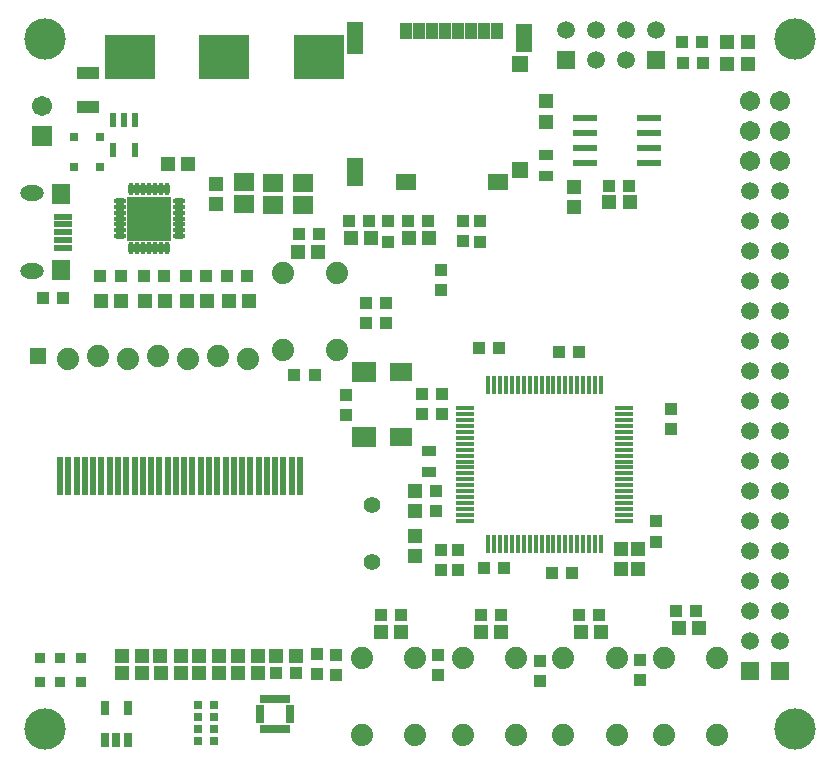
<source format=gbr>
%TF.GenerationSoftware,Novarm,DipTrace,3.2.0.1*%
%TF.CreationDate,2018-09-17T07:16:22-08:00*%
%FSLAX26Y26*%
%MOIN*%
%TF.FileFunction,Soldermask,Top*%
%TF.Part,Single*%
%AMOUTLINE0*
4,1,4,
-0.035433,0.019685,
-0.035433,-0.019685,
0.035433,-0.019685,
0.035433,0.019685,
-0.035433,0.019685,
0*%
%AMOUTLINE1*
4,1,4,
0.026163,0.026163,
0.026205,-0.026121,
-0.026121,-0.026205,
-0.026163,0.026163,
0.026163,0.026163,
0*%
%AMOUTLINE2*
4,1,4,
-0.023622,0.015748,
-0.023622,-0.015748,
0.023622,-0.015748,
0.023622,0.015748,
-0.023622,0.015748,
0*%
%AMOUTLINE3*
4,1,4,
-0.010827,-0.023622,
0.010827,-0.023622,
0.010827,0.023622,
-0.010827,0.023622,
-0.010827,-0.023622,
0*%
%ADD26R,0.03937X0.043307*%
%ADD27R,0.043307X0.03937*%
%ADD33R,0.059055X0.059055*%
%ADD34C,0.059055*%
%ADD45C,0.074*%
%ADD50R,0.062992X0.011811*%
%ADD51R,0.011811X0.062992*%
%ADD62R,0.05937X0.05937*%
%ADD63C,0.05937*%
%ADD64R,0.07874X0.023622*%
%ADD66R,0.074803X0.059055*%
%ADD70C,0.137795*%
%ADD78C,0.056*%
%ADD80R,0.082803X0.067055*%
%ADD88R,0.027685X0.019811*%
%ADD90R,0.019811X0.027685*%
%ADD92R,0.031622X0.051307*%
%ADD94R,0.023748X0.12611*%
%ADD96R,0.145795X0.145795*%
%ADD98O,0.019811X0.041465*%
%ADD100O,0.041465X0.019811*%
%ADD106R,0.037528X0.037528*%
%ADD110R,0.053669X0.057213*%
%ADD112R,0.053669X0.055244*%
%ADD114R,0.067055X0.053276*%
%ADD116R,0.053276X0.094614*%
%ADD118R,0.053276X0.106425*%
%ADD120R,0.039496X0.056819*%
%ADD122O,0.078866X0.051307*%
%ADD124R,0.063118X0.070992*%
%ADD126R,0.06115X0.023748*%
%ADD128C,0.067055*%
%ADD130R,0.067055X0.067055*%
%ADD132R,0.031622X0.031622*%
%ADD134R,0.067055X0.059181*%
%ADD136R,0.051307X0.04737*%
%ADD138R,0.04737X0.051307*%
%ADD140R,0.16548X0.149732*%
%ADD146OUTLINE0*%
%ADD147OUTLINE1*%
%ADD148OUTLINE2*%
%ADD149OUTLINE3*%
G75*
G01*
%LPD*%
D140*
X1406202Y2734324D3*
X1091242D3*
X776281D3*
D26*
X1796824Y1287450D3*
Y1220521D3*
X1749809Y1543843D3*
Y1610772D3*
X1497617Y1541625D3*
Y1608554D3*
D138*
X1728075Y1221827D3*
Y1288756D3*
D26*
X1815427Y1543843D3*
Y1610772D3*
D138*
X1728075Y1137450D3*
Y1070521D3*
D27*
X2006032Y1762570D3*
X1939103D3*
X1956365Y1031257D3*
X2023294D3*
D26*
X2531200Y1118696D3*
Y1185625D3*
D27*
X2249756Y1012649D3*
X2182827D3*
D26*
X2580971Y1493848D3*
Y1560777D3*
D134*
X1156201Y2318701D3*
Y2243898D3*
D27*
X2206011Y1750071D3*
X2272940D3*
D138*
X1062452Y2310630D3*
Y2243701D3*
D134*
X1252987Y2315448D3*
Y2240645D3*
X1352978Y2315448D3*
Y2240645D3*
D136*
X749316Y737225D3*
X816246D3*
X878080D3*
X945009D3*
X1135607D3*
X1202536D3*
X1264370D3*
X1331299D3*
D138*
X2162265Y2518740D3*
Y2585670D3*
D136*
X816625Y680526D3*
X749696D3*
D26*
X1399950Y676772D3*
Y743701D3*
D27*
X1331299Y680969D3*
X1264370D3*
D26*
X1812302Y2025042D3*
Y1958113D3*
D136*
X1135692Y681201D3*
X1202621D3*
X1007110D3*
X1074040D3*
D132*
X676013Y2468746D3*
X589399D3*
X676013Y2368756D3*
X589399D3*
D146*
X637425Y2568735D3*
Y2678971D3*
D70*
X493701Y493701D3*
X2993701D3*
Y2793701D3*
X493701D3*
D130*
X484316Y2471870D3*
D128*
Y2571870D3*
D126*
X554235Y2201133D3*
Y2175542D3*
Y2149952D3*
Y2124361D3*
Y2098771D3*
D124*
X545377Y2275936D3*
Y2023967D3*
D122*
X448999Y2279873D3*
Y2020030D3*
D120*
X1695110Y2820899D3*
X1738418D3*
X1781725D3*
X1825032D3*
X1868339D3*
X1911646D3*
X1954953D3*
X1998260D3*
D118*
X1528181Y2796109D3*
D116*
Y2350046D3*
D114*
X1697473Y2318550D3*
X2003772D3*
D112*
X2075032Y2357132D3*
D110*
Y2711462D3*
D116*
X2090780Y2796109D3*
D147*
X468701Y1737450D3*
D45*
X568701Y1727450D3*
X668701Y1737450D3*
X768701Y1727450D3*
X868701Y1737450D3*
X968701Y1727450D3*
X1068701Y1737450D3*
X1168701Y1727450D3*
D33*
X2843701Y687450D3*
D34*
Y787450D3*
Y887450D3*
Y987450D3*
Y1087450D3*
Y1187450D3*
Y1287450D3*
Y1387450D3*
Y1487450D3*
Y1587450D3*
Y1687450D3*
Y1787450D3*
Y1887450D3*
Y1987450D3*
Y2087450D3*
Y2187450D3*
Y2287450D3*
D128*
Y2387450D3*
Y2487450D3*
Y2587450D3*
D33*
X2943701Y687450D3*
D34*
Y787450D3*
Y887450D3*
Y987450D3*
Y1087450D3*
Y1187450D3*
Y1287450D3*
Y1387450D3*
Y1487450D3*
Y1587450D3*
Y1687450D3*
Y1787450D3*
Y1887450D3*
Y1987450D3*
Y2087450D3*
Y2187450D3*
Y2287450D3*
D128*
Y2387450D3*
Y2487450D3*
Y2587450D3*
D148*
X1771974Y1350042D3*
Y1420908D3*
X2162265Y2337509D3*
Y2408376D3*
D136*
X1106126Y1921928D3*
X1173055D3*
X965516D3*
X1032445D3*
X1337709Y2083452D3*
X1404638D3*
X824906Y1921928D3*
X891835D3*
X681171D3*
X748100D3*
X2605709Y831201D3*
X2672638D3*
X2278625Y818701D3*
X2345554D3*
X1945293D3*
X2012222D3*
X1611960D3*
X1678889D3*
X1705870Y2131374D3*
X1772799D3*
X1512100D3*
X1579029D3*
X2374743Y2250019D3*
X2441672D3*
X2768208Y2709334D3*
X2835137D3*
X2768208Y2784334D3*
X2835137D3*
D26*
X1631201Y1912452D3*
Y1845523D3*
D27*
X1339378Y2143874D3*
X1406307D3*
X1324853Y1675079D3*
X1391782D3*
X487441Y1931302D3*
X554370D3*
D26*
X1887625Y2118873D3*
Y2185802D3*
D138*
X2468483Y1094076D3*
Y1027147D3*
D27*
X821781Y2003170D3*
X888710D3*
X678046D3*
X744975D3*
D136*
X903929Y2375912D3*
X970858D3*
D27*
X1099877Y2003170D3*
X1166806D3*
D138*
X2412239Y1093890D3*
Y1026961D3*
D26*
X1562452Y1912452D3*
Y1845523D3*
D27*
X962391Y2003170D3*
X1029320D3*
X2662452Y887449D3*
X2595523D3*
X2339488Y874949D3*
X2272559D3*
X2012450Y874950D3*
X1945521D3*
X1681066Y874949D3*
X1614137D3*
X1701771Y2187452D3*
X1768700D3*
D26*
X1637450Y2118701D3*
Y2185630D3*
D27*
X1506198Y2187452D3*
X1573128D3*
D26*
X1943538Y2118782D3*
Y2185711D3*
D27*
X2372525Y2304045D3*
X2439454D3*
D26*
X1464774Y739696D3*
Y672767D3*
D136*
X1073772Y737225D3*
X1006843D3*
D26*
X1802310Y739696D3*
Y672767D3*
X2141673Y720944D3*
Y654015D3*
X2475170Y724983D3*
Y658054D3*
X1871067Y1089463D3*
Y1022534D3*
X1814811Y1089463D3*
Y1022534D3*
D27*
X2618467Y2712470D3*
X2685397D3*
X2616250Y2785244D3*
X2683179D3*
D136*
X878530Y681201D3*
X945460D3*
D138*
X2256201Y2233023D3*
Y2299952D3*
D45*
X1287450Y1756201D3*
Y2012201D3*
X1465450Y1756201D3*
Y2012201D3*
X1549950Y474950D3*
Y730950D3*
X1727950Y474950D3*
Y730950D3*
X1885368Y474950D3*
Y730950D3*
X2063368Y474950D3*
Y730950D3*
X2220784Y474950D3*
Y730950D3*
X2398784Y474950D3*
Y730950D3*
X2556201Y474950D3*
Y730950D3*
X2734201Y474950D3*
Y730950D3*
D106*
X474952Y731201D3*
X543701D3*
X612428Y731428D3*
X474942Y650187D3*
X543685D3*
X612428D3*
D50*
X1894685Y1562450D3*
Y1542765D3*
Y1523080D3*
Y1503395D3*
Y1483710D3*
Y1464025D3*
Y1444340D3*
Y1424655D3*
Y1404970D3*
Y1385285D3*
Y1365600D3*
Y1345915D3*
Y1326230D3*
Y1306545D3*
Y1286860D3*
Y1267175D3*
Y1247490D3*
Y1227805D3*
Y1208120D3*
Y1188435D3*
D51*
X1971457Y1111663D3*
X1991142D3*
X2010827D3*
X2030512D3*
X2050197D3*
X2069882D3*
X2089567D3*
X2109252D3*
X2128937D3*
X2148622D3*
X2168307D3*
X2187992D3*
X2207677D3*
X2227362D3*
X2247047D3*
X2266732D3*
X2286418D3*
X2306103D3*
X2325788D3*
X2345473D3*
D50*
X2422244Y1188435D3*
Y1208120D3*
Y1227805D3*
Y1247490D3*
Y1267175D3*
Y1286860D3*
Y1306545D3*
Y1326230D3*
Y1345915D3*
Y1365600D3*
Y1385285D3*
Y1404970D3*
Y1424655D3*
Y1444340D3*
Y1464025D3*
Y1483710D3*
Y1503395D3*
Y1523080D3*
Y1542765D3*
Y1562450D3*
D51*
X2345473Y1639222D3*
X2325788D3*
X2306103D3*
X2286418D3*
X2266732D3*
X2247047D3*
X2227362D3*
X2207677D3*
X2187992D3*
X2168307D3*
X2148622D3*
X2128937D3*
X2109252D3*
X2089567D3*
X2069882D3*
X2050197D3*
X2030512D3*
X2010827D3*
X1991142D3*
X1971457D3*
D149*
X793701Y2524949D3*
X756299D3*
X718898D3*
Y2422579D3*
X793701D3*
D100*
X741831Y2254307D3*
Y2234622D3*
Y2214937D3*
Y2195252D3*
Y2175567D3*
Y2155882D3*
Y2136197D3*
D98*
X781201Y2096827D3*
X800886D3*
X820571D3*
X840256D3*
X859941D3*
X879626D3*
X899311D3*
D100*
X938681Y2136197D3*
Y2155882D3*
Y2175567D3*
Y2195252D3*
Y2214937D3*
Y2234622D3*
Y2254307D3*
D98*
X899311Y2293677D3*
X879626D3*
X859941D3*
X840256D3*
X820571D3*
X800886D3*
X781201D3*
D96*
X840256Y2195252D3*
D94*
X543701Y1337453D3*
X571260D3*
X598819D3*
X626378D3*
X653937D3*
X681496D3*
X709055D3*
X736614D3*
X764173D3*
X791732D3*
X819292D3*
X846851D3*
X874410D3*
X901969D3*
X929528D3*
X957087D3*
X984646D3*
X1012205D3*
X1039764D3*
X1067323D3*
X1094882D3*
X1122441D3*
X1150000D3*
X1177559D3*
X1205118D3*
X1232677D3*
X1260236D3*
X1287795D3*
X1315355D3*
X1342914D3*
D92*
X693670Y456457D3*
X731071D3*
X768473D3*
Y562756D3*
X693670D3*
D90*
X1299950Y593701D3*
X1280265D3*
X1260580D3*
X1240895D3*
X1221210D3*
D88*
X1211368Y564173D3*
Y544488D3*
Y524803D3*
D90*
X1240895Y495276D3*
X1260580D3*
X1280265D3*
X1299950D3*
D88*
X1309793Y524803D3*
Y544488D3*
Y564173D3*
D90*
X1221210Y495276D3*
D62*
X2530977Y2724969D3*
D63*
Y2824969D3*
X2430977Y2724969D3*
Y2824969D3*
X2330977Y2724969D3*
Y2824969D3*
D62*
X2230977Y2724969D3*
D63*
Y2824969D3*
D64*
X2293502Y2531239D3*
Y2481239D3*
Y2431239D3*
Y2381239D3*
X2506100D3*
Y2431239D3*
Y2481239D3*
Y2531239D3*
D132*
X1002314Y453078D3*
X1057432D3*
Y492841D3*
X1002314D3*
Y532605D3*
X1057432D3*
Y572369D3*
X1002314D3*
D66*
X1681066Y1465726D3*
Y1682261D3*
D80*
X1555082D3*
Y1465726D3*
D78*
X1584326Y1049954D3*
Y1239954D3*
M02*

</source>
